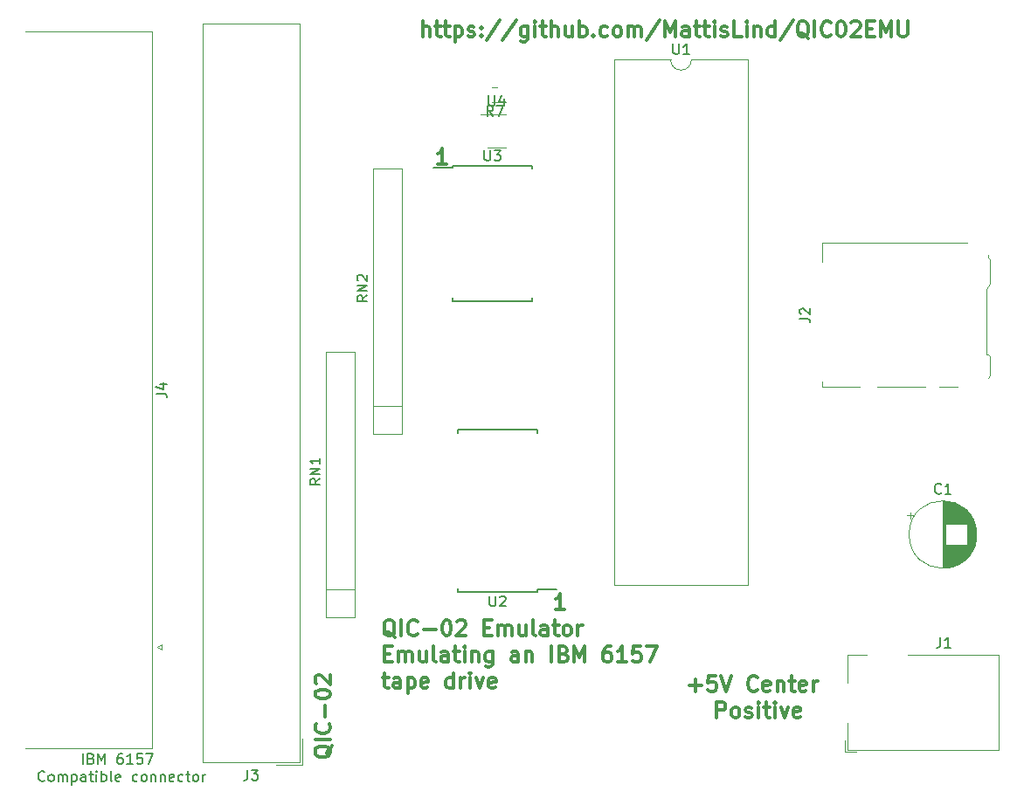
<source format=gbr>
G04 #@! TF.GenerationSoftware,KiCad,Pcbnew,5.0.2-bee76a0~70~ubuntu16.04.1*
G04 #@! TF.CreationDate,2022-08-15T17:27:48+02:00*
G04 #@! TF.ProjectId,QIC02EMU,51494330-3245-44d5-952e-6b696361645f,rev?*
G04 #@! TF.SameCoordinates,Original*
G04 #@! TF.FileFunction,Legend,Top*
G04 #@! TF.FilePolarity,Positive*
%FSLAX46Y46*%
G04 Gerber Fmt 4.6, Leading zero omitted, Abs format (unit mm)*
G04 Created by KiCad (PCBNEW 5.0.2-bee76a0~70~ubuntu16.04.1) date mån 15 aug 2022 17:27:48*
%MOMM*%
%LPD*%
G01*
G04 APERTURE LIST*
%ADD10C,0.300000*%
%ADD11C,0.200000*%
%ADD12C,0.120000*%
%ADD13C,0.150000*%
G04 APERTURE END LIST*
D10*
X114728571Y-99738571D02*
X113871428Y-99738571D01*
X114300000Y-99738571D02*
X114300000Y-98238571D01*
X114157142Y-98452857D01*
X114014285Y-98595714D01*
X113871428Y-98667142D01*
X126158571Y-142918571D02*
X125301428Y-142918571D01*
X125730000Y-142918571D02*
X125730000Y-141418571D01*
X125587142Y-141632857D01*
X125444285Y-141775714D01*
X125301428Y-141847142D01*
X109712962Y-145591428D02*
X109570105Y-145520000D01*
X109427248Y-145377142D01*
X109212962Y-145162857D01*
X109070105Y-145091428D01*
X108927248Y-145091428D01*
X108998677Y-145448571D02*
X108855820Y-145377142D01*
X108712962Y-145234285D01*
X108641534Y-144948571D01*
X108641534Y-144448571D01*
X108712962Y-144162857D01*
X108855820Y-144020000D01*
X108998677Y-143948571D01*
X109284391Y-143948571D01*
X109427248Y-144020000D01*
X109570105Y-144162857D01*
X109641534Y-144448571D01*
X109641534Y-144948571D01*
X109570105Y-145234285D01*
X109427248Y-145377142D01*
X109284391Y-145448571D01*
X108998677Y-145448571D01*
X110284391Y-145448571D02*
X110284391Y-143948571D01*
X111855820Y-145305714D02*
X111784391Y-145377142D01*
X111570105Y-145448571D01*
X111427248Y-145448571D01*
X111212962Y-145377142D01*
X111070105Y-145234285D01*
X110998677Y-145091428D01*
X110927248Y-144805714D01*
X110927248Y-144591428D01*
X110998677Y-144305714D01*
X111070105Y-144162857D01*
X111212962Y-144020000D01*
X111427248Y-143948571D01*
X111570105Y-143948571D01*
X111784391Y-144020000D01*
X111855820Y-144091428D01*
X112498677Y-144877142D02*
X113641534Y-144877142D01*
X114641534Y-143948571D02*
X114784391Y-143948571D01*
X114927248Y-144020000D01*
X114998677Y-144091428D01*
X115070105Y-144234285D01*
X115141534Y-144520000D01*
X115141534Y-144877142D01*
X115070105Y-145162857D01*
X114998677Y-145305714D01*
X114927248Y-145377142D01*
X114784391Y-145448571D01*
X114641534Y-145448571D01*
X114498677Y-145377142D01*
X114427248Y-145305714D01*
X114355820Y-145162857D01*
X114284391Y-144877142D01*
X114284391Y-144520000D01*
X114355820Y-144234285D01*
X114427248Y-144091428D01*
X114498677Y-144020000D01*
X114641534Y-143948571D01*
X115712962Y-144091428D02*
X115784391Y-144020000D01*
X115927248Y-143948571D01*
X116284391Y-143948571D01*
X116427248Y-144020000D01*
X116498677Y-144091428D01*
X116570105Y-144234285D01*
X116570105Y-144377142D01*
X116498677Y-144591428D01*
X115641534Y-145448571D01*
X116570105Y-145448571D01*
X118355820Y-144662857D02*
X118855820Y-144662857D01*
X119070105Y-145448571D02*
X118355820Y-145448571D01*
X118355820Y-143948571D01*
X119070105Y-143948571D01*
X119712962Y-145448571D02*
X119712962Y-144448571D01*
X119712962Y-144591428D02*
X119784391Y-144520000D01*
X119927248Y-144448571D01*
X120141534Y-144448571D01*
X120284391Y-144520000D01*
X120355820Y-144662857D01*
X120355820Y-145448571D01*
X120355820Y-144662857D02*
X120427248Y-144520000D01*
X120570105Y-144448571D01*
X120784391Y-144448571D01*
X120927248Y-144520000D01*
X120998677Y-144662857D01*
X120998677Y-145448571D01*
X122355820Y-144448571D02*
X122355820Y-145448571D01*
X121712962Y-144448571D02*
X121712962Y-145234285D01*
X121784391Y-145377142D01*
X121927248Y-145448571D01*
X122141534Y-145448571D01*
X122284391Y-145377142D01*
X122355820Y-145305714D01*
X123284391Y-145448571D02*
X123141534Y-145377142D01*
X123070105Y-145234285D01*
X123070105Y-143948571D01*
X124498677Y-145448571D02*
X124498677Y-144662857D01*
X124427248Y-144520000D01*
X124284391Y-144448571D01*
X123998677Y-144448571D01*
X123855820Y-144520000D01*
X124498677Y-145377142D02*
X124355820Y-145448571D01*
X123998677Y-145448571D01*
X123855820Y-145377142D01*
X123784391Y-145234285D01*
X123784391Y-145091428D01*
X123855820Y-144948571D01*
X123998677Y-144877142D01*
X124355820Y-144877142D01*
X124498677Y-144805714D01*
X124998677Y-144448571D02*
X125570105Y-144448571D01*
X125212962Y-143948571D02*
X125212962Y-145234285D01*
X125284391Y-145377142D01*
X125427248Y-145448571D01*
X125570105Y-145448571D01*
X126284391Y-145448571D02*
X126141534Y-145377142D01*
X126070105Y-145305714D01*
X125998677Y-145162857D01*
X125998677Y-144734285D01*
X126070105Y-144591428D01*
X126141534Y-144520000D01*
X126284391Y-144448571D01*
X126498677Y-144448571D01*
X126641534Y-144520000D01*
X126712962Y-144591428D01*
X126784391Y-144734285D01*
X126784391Y-145162857D01*
X126712962Y-145305714D01*
X126641534Y-145377142D01*
X126498677Y-145448571D01*
X126284391Y-145448571D01*
X127427248Y-145448571D02*
X127427248Y-144448571D01*
X127427248Y-144734285D02*
X127498677Y-144591428D01*
X127570105Y-144520000D01*
X127712962Y-144448571D01*
X127855820Y-144448571D01*
X108712962Y-147212857D02*
X109212962Y-147212857D01*
X109427248Y-147998571D02*
X108712962Y-147998571D01*
X108712962Y-146498571D01*
X109427248Y-146498571D01*
X110070105Y-147998571D02*
X110070105Y-146998571D01*
X110070105Y-147141428D02*
X110141534Y-147070000D01*
X110284391Y-146998571D01*
X110498677Y-146998571D01*
X110641534Y-147070000D01*
X110712962Y-147212857D01*
X110712962Y-147998571D01*
X110712962Y-147212857D02*
X110784391Y-147070000D01*
X110927248Y-146998571D01*
X111141534Y-146998571D01*
X111284391Y-147070000D01*
X111355820Y-147212857D01*
X111355820Y-147998571D01*
X112712962Y-146998571D02*
X112712962Y-147998571D01*
X112070105Y-146998571D02*
X112070105Y-147784285D01*
X112141534Y-147927142D01*
X112284391Y-147998571D01*
X112498677Y-147998571D01*
X112641534Y-147927142D01*
X112712962Y-147855714D01*
X113641534Y-147998571D02*
X113498677Y-147927142D01*
X113427248Y-147784285D01*
X113427248Y-146498571D01*
X114855820Y-147998571D02*
X114855820Y-147212857D01*
X114784391Y-147070000D01*
X114641534Y-146998571D01*
X114355820Y-146998571D01*
X114212962Y-147070000D01*
X114855820Y-147927142D02*
X114712962Y-147998571D01*
X114355820Y-147998571D01*
X114212962Y-147927142D01*
X114141534Y-147784285D01*
X114141534Y-147641428D01*
X114212962Y-147498571D01*
X114355820Y-147427142D01*
X114712962Y-147427142D01*
X114855820Y-147355714D01*
X115355820Y-146998571D02*
X115927248Y-146998571D01*
X115570105Y-146498571D02*
X115570105Y-147784285D01*
X115641534Y-147927142D01*
X115784391Y-147998571D01*
X115927248Y-147998571D01*
X116427248Y-147998571D02*
X116427248Y-146998571D01*
X116427248Y-146498571D02*
X116355820Y-146570000D01*
X116427248Y-146641428D01*
X116498677Y-146570000D01*
X116427248Y-146498571D01*
X116427248Y-146641428D01*
X117141534Y-146998571D02*
X117141534Y-147998571D01*
X117141534Y-147141428D02*
X117212962Y-147070000D01*
X117355820Y-146998571D01*
X117570105Y-146998571D01*
X117712962Y-147070000D01*
X117784391Y-147212857D01*
X117784391Y-147998571D01*
X119141534Y-146998571D02*
X119141534Y-148212857D01*
X119070105Y-148355714D01*
X118998677Y-148427142D01*
X118855820Y-148498571D01*
X118641534Y-148498571D01*
X118498677Y-148427142D01*
X119141534Y-147927142D02*
X118998677Y-147998571D01*
X118712962Y-147998571D01*
X118570105Y-147927142D01*
X118498677Y-147855714D01*
X118427248Y-147712857D01*
X118427248Y-147284285D01*
X118498677Y-147141428D01*
X118570105Y-147070000D01*
X118712962Y-146998571D01*
X118998677Y-146998571D01*
X119141534Y-147070000D01*
X121641534Y-147998571D02*
X121641534Y-147212857D01*
X121570105Y-147070000D01*
X121427248Y-146998571D01*
X121141534Y-146998571D01*
X120998677Y-147070000D01*
X121641534Y-147927142D02*
X121498677Y-147998571D01*
X121141534Y-147998571D01*
X120998677Y-147927142D01*
X120927248Y-147784285D01*
X120927248Y-147641428D01*
X120998677Y-147498571D01*
X121141534Y-147427142D01*
X121498677Y-147427142D01*
X121641534Y-147355714D01*
X122355820Y-146998571D02*
X122355820Y-147998571D01*
X122355820Y-147141428D02*
X122427248Y-147070000D01*
X122570105Y-146998571D01*
X122784391Y-146998571D01*
X122927248Y-147070000D01*
X122998677Y-147212857D01*
X122998677Y-147998571D01*
X124855820Y-147998571D02*
X124855820Y-146498571D01*
X126070105Y-147212857D02*
X126284391Y-147284285D01*
X126355820Y-147355714D01*
X126427248Y-147498571D01*
X126427248Y-147712857D01*
X126355820Y-147855714D01*
X126284391Y-147927142D01*
X126141534Y-147998571D01*
X125570105Y-147998571D01*
X125570105Y-146498571D01*
X126070105Y-146498571D01*
X126212962Y-146570000D01*
X126284391Y-146641428D01*
X126355820Y-146784285D01*
X126355820Y-146927142D01*
X126284391Y-147070000D01*
X126212962Y-147141428D01*
X126070105Y-147212857D01*
X125570105Y-147212857D01*
X127070105Y-147998571D02*
X127070105Y-146498571D01*
X127570105Y-147570000D01*
X128070105Y-146498571D01*
X128070105Y-147998571D01*
X130570105Y-146498571D02*
X130284391Y-146498571D01*
X130141534Y-146570000D01*
X130070105Y-146641428D01*
X129927248Y-146855714D01*
X129855820Y-147141428D01*
X129855820Y-147712857D01*
X129927248Y-147855714D01*
X129998677Y-147927142D01*
X130141534Y-147998571D01*
X130427248Y-147998571D01*
X130570105Y-147927142D01*
X130641534Y-147855714D01*
X130712962Y-147712857D01*
X130712962Y-147355714D01*
X130641534Y-147212857D01*
X130570105Y-147141428D01*
X130427248Y-147070000D01*
X130141534Y-147070000D01*
X129998677Y-147141428D01*
X129927248Y-147212857D01*
X129855820Y-147355714D01*
X132141534Y-147998571D02*
X131284391Y-147998571D01*
X131712962Y-147998571D02*
X131712962Y-146498571D01*
X131570105Y-146712857D01*
X131427248Y-146855714D01*
X131284391Y-146927142D01*
X133498677Y-146498571D02*
X132784391Y-146498571D01*
X132712962Y-147212857D01*
X132784391Y-147141428D01*
X132927248Y-147070000D01*
X133284391Y-147070000D01*
X133427248Y-147141428D01*
X133498677Y-147212857D01*
X133570105Y-147355714D01*
X133570105Y-147712857D01*
X133498677Y-147855714D01*
X133427248Y-147927142D01*
X133284391Y-147998571D01*
X132927248Y-147998571D01*
X132784391Y-147927142D01*
X132712962Y-147855714D01*
X134070105Y-146498571D02*
X135070105Y-146498571D01*
X134427248Y-147998571D01*
X108498677Y-149548571D02*
X109070105Y-149548571D01*
X108712962Y-149048571D02*
X108712962Y-150334285D01*
X108784391Y-150477142D01*
X108927248Y-150548571D01*
X109070105Y-150548571D01*
X110212962Y-150548571D02*
X110212962Y-149762857D01*
X110141534Y-149620000D01*
X109998677Y-149548571D01*
X109712962Y-149548571D01*
X109570105Y-149620000D01*
X110212962Y-150477142D02*
X110070105Y-150548571D01*
X109712962Y-150548571D01*
X109570105Y-150477142D01*
X109498677Y-150334285D01*
X109498677Y-150191428D01*
X109570105Y-150048571D01*
X109712962Y-149977142D01*
X110070105Y-149977142D01*
X110212962Y-149905714D01*
X110927248Y-149548571D02*
X110927248Y-151048571D01*
X110927248Y-149620000D02*
X111070105Y-149548571D01*
X111355820Y-149548571D01*
X111498677Y-149620000D01*
X111570105Y-149691428D01*
X111641534Y-149834285D01*
X111641534Y-150262857D01*
X111570105Y-150405714D01*
X111498677Y-150477142D01*
X111355820Y-150548571D01*
X111070105Y-150548571D01*
X110927248Y-150477142D01*
X112855820Y-150477142D02*
X112712962Y-150548571D01*
X112427248Y-150548571D01*
X112284391Y-150477142D01*
X112212962Y-150334285D01*
X112212962Y-149762857D01*
X112284391Y-149620000D01*
X112427248Y-149548571D01*
X112712962Y-149548571D01*
X112855820Y-149620000D01*
X112927248Y-149762857D01*
X112927248Y-149905714D01*
X112212962Y-150048571D01*
X115355820Y-150548571D02*
X115355820Y-149048571D01*
X115355820Y-150477142D02*
X115212962Y-150548571D01*
X114927248Y-150548571D01*
X114784391Y-150477142D01*
X114712962Y-150405714D01*
X114641534Y-150262857D01*
X114641534Y-149834285D01*
X114712962Y-149691428D01*
X114784391Y-149620000D01*
X114927248Y-149548571D01*
X115212962Y-149548571D01*
X115355820Y-149620000D01*
X116070105Y-150548571D02*
X116070105Y-149548571D01*
X116070105Y-149834285D02*
X116141534Y-149691428D01*
X116212962Y-149620000D01*
X116355820Y-149548571D01*
X116498677Y-149548571D01*
X116998677Y-150548571D02*
X116998677Y-149548571D01*
X116998677Y-149048571D02*
X116927248Y-149120000D01*
X116998677Y-149191428D01*
X117070105Y-149120000D01*
X116998677Y-149048571D01*
X116998677Y-149191428D01*
X117570105Y-149548571D02*
X117927248Y-150548571D01*
X118284391Y-149548571D01*
X119427248Y-150477142D02*
X119284391Y-150548571D01*
X118998677Y-150548571D01*
X118855820Y-150477142D01*
X118784391Y-150334285D01*
X118784391Y-149762857D01*
X118855820Y-149620000D01*
X118998677Y-149548571D01*
X119284391Y-149548571D01*
X119427248Y-149620000D01*
X119498677Y-149762857D01*
X119498677Y-149905714D01*
X118784391Y-150048571D01*
X112425714Y-87366231D02*
X112425714Y-85866231D01*
X113068571Y-87366231D02*
X113068571Y-86580517D01*
X112997142Y-86437660D01*
X112854285Y-86366231D01*
X112640000Y-86366231D01*
X112497142Y-86437660D01*
X112425714Y-86509088D01*
X113568571Y-86366231D02*
X114140000Y-86366231D01*
X113782857Y-85866231D02*
X113782857Y-87151945D01*
X113854285Y-87294802D01*
X113997142Y-87366231D01*
X114140000Y-87366231D01*
X114425714Y-86366231D02*
X114997142Y-86366231D01*
X114640000Y-85866231D02*
X114640000Y-87151945D01*
X114711428Y-87294802D01*
X114854285Y-87366231D01*
X114997142Y-87366231D01*
X115497142Y-86366231D02*
X115497142Y-87866231D01*
X115497142Y-86437660D02*
X115640000Y-86366231D01*
X115925714Y-86366231D01*
X116068571Y-86437660D01*
X116140000Y-86509088D01*
X116211428Y-86651945D01*
X116211428Y-87080517D01*
X116140000Y-87223374D01*
X116068571Y-87294802D01*
X115925714Y-87366231D01*
X115640000Y-87366231D01*
X115497142Y-87294802D01*
X116782857Y-87294802D02*
X116925714Y-87366231D01*
X117211428Y-87366231D01*
X117354285Y-87294802D01*
X117425714Y-87151945D01*
X117425714Y-87080517D01*
X117354285Y-86937660D01*
X117211428Y-86866231D01*
X116997142Y-86866231D01*
X116854285Y-86794802D01*
X116782857Y-86651945D01*
X116782857Y-86580517D01*
X116854285Y-86437660D01*
X116997142Y-86366231D01*
X117211428Y-86366231D01*
X117354285Y-86437660D01*
X118068571Y-87223374D02*
X118140000Y-87294802D01*
X118068571Y-87366231D01*
X117997142Y-87294802D01*
X118068571Y-87223374D01*
X118068571Y-87366231D01*
X118068571Y-86437660D02*
X118140000Y-86509088D01*
X118068571Y-86580517D01*
X117997142Y-86509088D01*
X118068571Y-86437660D01*
X118068571Y-86580517D01*
X119854285Y-85794802D02*
X118568571Y-87723374D01*
X121425714Y-85794802D02*
X120140000Y-87723374D01*
X122568571Y-86366231D02*
X122568571Y-87580517D01*
X122497142Y-87723374D01*
X122425714Y-87794802D01*
X122282857Y-87866231D01*
X122068571Y-87866231D01*
X121925714Y-87794802D01*
X122568571Y-87294802D02*
X122425714Y-87366231D01*
X122140000Y-87366231D01*
X121997142Y-87294802D01*
X121925714Y-87223374D01*
X121854285Y-87080517D01*
X121854285Y-86651945D01*
X121925714Y-86509088D01*
X121997142Y-86437660D01*
X122140000Y-86366231D01*
X122425714Y-86366231D01*
X122568571Y-86437660D01*
X123282857Y-87366231D02*
X123282857Y-86366231D01*
X123282857Y-85866231D02*
X123211428Y-85937660D01*
X123282857Y-86009088D01*
X123354285Y-85937660D01*
X123282857Y-85866231D01*
X123282857Y-86009088D01*
X123782857Y-86366231D02*
X124354285Y-86366231D01*
X123997142Y-85866231D02*
X123997142Y-87151945D01*
X124068571Y-87294802D01*
X124211428Y-87366231D01*
X124354285Y-87366231D01*
X124854285Y-87366231D02*
X124854285Y-85866231D01*
X125497142Y-87366231D02*
X125497142Y-86580517D01*
X125425714Y-86437660D01*
X125282857Y-86366231D01*
X125068571Y-86366231D01*
X124925714Y-86437660D01*
X124854285Y-86509088D01*
X126854285Y-86366231D02*
X126854285Y-87366231D01*
X126211428Y-86366231D02*
X126211428Y-87151945D01*
X126282857Y-87294802D01*
X126425714Y-87366231D01*
X126640000Y-87366231D01*
X126782857Y-87294802D01*
X126854285Y-87223374D01*
X127568571Y-87366231D02*
X127568571Y-85866231D01*
X127568571Y-86437660D02*
X127711428Y-86366231D01*
X127997142Y-86366231D01*
X128140000Y-86437660D01*
X128211428Y-86509088D01*
X128282857Y-86651945D01*
X128282857Y-87080517D01*
X128211428Y-87223374D01*
X128140000Y-87294802D01*
X127997142Y-87366231D01*
X127711428Y-87366231D01*
X127568571Y-87294802D01*
X128925714Y-87223374D02*
X128997142Y-87294802D01*
X128925714Y-87366231D01*
X128854285Y-87294802D01*
X128925714Y-87223374D01*
X128925714Y-87366231D01*
X130282857Y-87294802D02*
X130140000Y-87366231D01*
X129854285Y-87366231D01*
X129711428Y-87294802D01*
X129640000Y-87223374D01*
X129568571Y-87080517D01*
X129568571Y-86651945D01*
X129640000Y-86509088D01*
X129711428Y-86437660D01*
X129854285Y-86366231D01*
X130140000Y-86366231D01*
X130282857Y-86437660D01*
X131140000Y-87366231D02*
X130997142Y-87294802D01*
X130925714Y-87223374D01*
X130854285Y-87080517D01*
X130854285Y-86651945D01*
X130925714Y-86509088D01*
X130997142Y-86437660D01*
X131140000Y-86366231D01*
X131354285Y-86366231D01*
X131497142Y-86437660D01*
X131568571Y-86509088D01*
X131640000Y-86651945D01*
X131640000Y-87080517D01*
X131568571Y-87223374D01*
X131497142Y-87294802D01*
X131354285Y-87366231D01*
X131140000Y-87366231D01*
X132282857Y-87366231D02*
X132282857Y-86366231D01*
X132282857Y-86509088D02*
X132354285Y-86437660D01*
X132497142Y-86366231D01*
X132711428Y-86366231D01*
X132854285Y-86437660D01*
X132925714Y-86580517D01*
X132925714Y-87366231D01*
X132925714Y-86580517D02*
X132997142Y-86437660D01*
X133140000Y-86366231D01*
X133354285Y-86366231D01*
X133497142Y-86437660D01*
X133568571Y-86580517D01*
X133568571Y-87366231D01*
X135354285Y-85794802D02*
X134068571Y-87723374D01*
X135854285Y-87366231D02*
X135854285Y-85866231D01*
X136354285Y-86937660D01*
X136854285Y-85866231D01*
X136854285Y-87366231D01*
X138211428Y-87366231D02*
X138211428Y-86580517D01*
X138140000Y-86437660D01*
X137997142Y-86366231D01*
X137711428Y-86366231D01*
X137568571Y-86437660D01*
X138211428Y-87294802D02*
X138068571Y-87366231D01*
X137711428Y-87366231D01*
X137568571Y-87294802D01*
X137497142Y-87151945D01*
X137497142Y-87009088D01*
X137568571Y-86866231D01*
X137711428Y-86794802D01*
X138068571Y-86794802D01*
X138211428Y-86723374D01*
X138711428Y-86366231D02*
X139282857Y-86366231D01*
X138925714Y-85866231D02*
X138925714Y-87151945D01*
X138997142Y-87294802D01*
X139140000Y-87366231D01*
X139282857Y-87366231D01*
X139568571Y-86366231D02*
X140140000Y-86366231D01*
X139782857Y-85866231D02*
X139782857Y-87151945D01*
X139854285Y-87294802D01*
X139997142Y-87366231D01*
X140140000Y-87366231D01*
X140640000Y-87366231D02*
X140640000Y-86366231D01*
X140640000Y-85866231D02*
X140568571Y-85937660D01*
X140640000Y-86009088D01*
X140711428Y-85937660D01*
X140640000Y-85866231D01*
X140640000Y-86009088D01*
X141282857Y-87294802D02*
X141425714Y-87366231D01*
X141711428Y-87366231D01*
X141854285Y-87294802D01*
X141925714Y-87151945D01*
X141925714Y-87080517D01*
X141854285Y-86937660D01*
X141711428Y-86866231D01*
X141497142Y-86866231D01*
X141354285Y-86794802D01*
X141282857Y-86651945D01*
X141282857Y-86580517D01*
X141354285Y-86437660D01*
X141497142Y-86366231D01*
X141711428Y-86366231D01*
X141854285Y-86437660D01*
X143282857Y-87366231D02*
X142568571Y-87366231D01*
X142568571Y-85866231D01*
X143782857Y-87366231D02*
X143782857Y-86366231D01*
X143782857Y-85866231D02*
X143711428Y-85937660D01*
X143782857Y-86009088D01*
X143854285Y-85937660D01*
X143782857Y-85866231D01*
X143782857Y-86009088D01*
X144497142Y-86366231D02*
X144497142Y-87366231D01*
X144497142Y-86509088D02*
X144568571Y-86437660D01*
X144711428Y-86366231D01*
X144925714Y-86366231D01*
X145068571Y-86437660D01*
X145140000Y-86580517D01*
X145140000Y-87366231D01*
X146497142Y-87366231D02*
X146497142Y-85866231D01*
X146497142Y-87294802D02*
X146354285Y-87366231D01*
X146068571Y-87366231D01*
X145925714Y-87294802D01*
X145854285Y-87223374D01*
X145782857Y-87080517D01*
X145782857Y-86651945D01*
X145854285Y-86509088D01*
X145925714Y-86437660D01*
X146068571Y-86366231D01*
X146354285Y-86366231D01*
X146497142Y-86437660D01*
X148282857Y-85794802D02*
X146997142Y-87723374D01*
X149782857Y-87509088D02*
X149640000Y-87437660D01*
X149497142Y-87294802D01*
X149282857Y-87080517D01*
X149140000Y-87009088D01*
X148997142Y-87009088D01*
X149068571Y-87366231D02*
X148925714Y-87294802D01*
X148782857Y-87151945D01*
X148711428Y-86866231D01*
X148711428Y-86366231D01*
X148782857Y-86080517D01*
X148925714Y-85937660D01*
X149068571Y-85866231D01*
X149354285Y-85866231D01*
X149497142Y-85937660D01*
X149640000Y-86080517D01*
X149711428Y-86366231D01*
X149711428Y-86866231D01*
X149640000Y-87151945D01*
X149497142Y-87294802D01*
X149354285Y-87366231D01*
X149068571Y-87366231D01*
X150354285Y-87366231D02*
X150354285Y-85866231D01*
X151925714Y-87223374D02*
X151854285Y-87294802D01*
X151640000Y-87366231D01*
X151497142Y-87366231D01*
X151282857Y-87294802D01*
X151140000Y-87151945D01*
X151068571Y-87009088D01*
X150997142Y-86723374D01*
X150997142Y-86509088D01*
X151068571Y-86223374D01*
X151140000Y-86080517D01*
X151282857Y-85937660D01*
X151497142Y-85866231D01*
X151640000Y-85866231D01*
X151854285Y-85937660D01*
X151925714Y-86009088D01*
X152854285Y-85866231D02*
X152997142Y-85866231D01*
X153140000Y-85937660D01*
X153211428Y-86009088D01*
X153282857Y-86151945D01*
X153354285Y-86437660D01*
X153354285Y-86794802D01*
X153282857Y-87080517D01*
X153211428Y-87223374D01*
X153140000Y-87294802D01*
X152997142Y-87366231D01*
X152854285Y-87366231D01*
X152711428Y-87294802D01*
X152640000Y-87223374D01*
X152568571Y-87080517D01*
X152497142Y-86794802D01*
X152497142Y-86437660D01*
X152568571Y-86151945D01*
X152640000Y-86009088D01*
X152711428Y-85937660D01*
X152854285Y-85866231D01*
X153925714Y-86009088D02*
X153997142Y-85937660D01*
X154140000Y-85866231D01*
X154497142Y-85866231D01*
X154640000Y-85937660D01*
X154711428Y-86009088D01*
X154782857Y-86151945D01*
X154782857Y-86294802D01*
X154711428Y-86509088D01*
X153854285Y-87366231D01*
X154782857Y-87366231D01*
X155425714Y-86580517D02*
X155925714Y-86580517D01*
X156140000Y-87366231D02*
X155425714Y-87366231D01*
X155425714Y-85866231D01*
X156140000Y-85866231D01*
X156782857Y-87366231D02*
X156782857Y-85866231D01*
X157282857Y-86937660D01*
X157782857Y-85866231D01*
X157782857Y-87366231D01*
X158497142Y-85866231D02*
X158497142Y-87080517D01*
X158568571Y-87223374D01*
X158640000Y-87294802D01*
X158782857Y-87366231D01*
X159068571Y-87366231D01*
X159211428Y-87294802D01*
X159282857Y-87223374D01*
X159354285Y-87080517D01*
X159354285Y-85866231D01*
X138236048Y-150269482D02*
X139378905Y-150269482D01*
X138807477Y-150840911D02*
X138807477Y-149698054D01*
X140807477Y-149340911D02*
X140093191Y-149340911D01*
X140021762Y-150055197D01*
X140093191Y-149983768D01*
X140236048Y-149912340D01*
X140593191Y-149912340D01*
X140736048Y-149983768D01*
X140807477Y-150055197D01*
X140878905Y-150198054D01*
X140878905Y-150555197D01*
X140807477Y-150698054D01*
X140736048Y-150769482D01*
X140593191Y-150840911D01*
X140236048Y-150840911D01*
X140093191Y-150769482D01*
X140021762Y-150698054D01*
X141307477Y-149340911D02*
X141807477Y-150840911D01*
X142307477Y-149340911D01*
X144807477Y-150698054D02*
X144736048Y-150769482D01*
X144521762Y-150840911D01*
X144378905Y-150840911D01*
X144164620Y-150769482D01*
X144021762Y-150626625D01*
X143950334Y-150483768D01*
X143878905Y-150198054D01*
X143878905Y-149983768D01*
X143950334Y-149698054D01*
X144021762Y-149555197D01*
X144164620Y-149412340D01*
X144378905Y-149340911D01*
X144521762Y-149340911D01*
X144736048Y-149412340D01*
X144807477Y-149483768D01*
X146021762Y-150769482D02*
X145878905Y-150840911D01*
X145593191Y-150840911D01*
X145450334Y-150769482D01*
X145378905Y-150626625D01*
X145378905Y-150055197D01*
X145450334Y-149912340D01*
X145593191Y-149840911D01*
X145878905Y-149840911D01*
X146021762Y-149912340D01*
X146093191Y-150055197D01*
X146093191Y-150198054D01*
X145378905Y-150340911D01*
X146736048Y-149840911D02*
X146736048Y-150840911D01*
X146736048Y-149983768D02*
X146807477Y-149912340D01*
X146950334Y-149840911D01*
X147164620Y-149840911D01*
X147307477Y-149912340D01*
X147378905Y-150055197D01*
X147378905Y-150840911D01*
X147878905Y-149840911D02*
X148450334Y-149840911D01*
X148093191Y-149340911D02*
X148093191Y-150626625D01*
X148164620Y-150769482D01*
X148307477Y-150840911D01*
X148450334Y-150840911D01*
X149521762Y-150769482D02*
X149378905Y-150840911D01*
X149093191Y-150840911D01*
X148950334Y-150769482D01*
X148878905Y-150626625D01*
X148878905Y-150055197D01*
X148950334Y-149912340D01*
X149093191Y-149840911D01*
X149378905Y-149840911D01*
X149521762Y-149912340D01*
X149593191Y-150055197D01*
X149593191Y-150198054D01*
X148878905Y-150340911D01*
X150236048Y-150840911D02*
X150236048Y-149840911D01*
X150236048Y-150126625D02*
X150307477Y-149983768D01*
X150378905Y-149912340D01*
X150521762Y-149840911D01*
X150664620Y-149840911D01*
X140878905Y-153390911D02*
X140878905Y-151890911D01*
X141450334Y-151890911D01*
X141593191Y-151962340D01*
X141664620Y-152033768D01*
X141736048Y-152176625D01*
X141736048Y-152390911D01*
X141664620Y-152533768D01*
X141593191Y-152605197D01*
X141450334Y-152676625D01*
X140878905Y-152676625D01*
X142593191Y-153390911D02*
X142450334Y-153319482D01*
X142378905Y-153248054D01*
X142307477Y-153105197D01*
X142307477Y-152676625D01*
X142378905Y-152533768D01*
X142450334Y-152462340D01*
X142593191Y-152390911D01*
X142807477Y-152390911D01*
X142950334Y-152462340D01*
X143021762Y-152533768D01*
X143093191Y-152676625D01*
X143093191Y-153105197D01*
X143021762Y-153248054D01*
X142950334Y-153319482D01*
X142807477Y-153390911D01*
X142593191Y-153390911D01*
X143664620Y-153319482D02*
X143807477Y-153390911D01*
X144093191Y-153390911D01*
X144236048Y-153319482D01*
X144307477Y-153176625D01*
X144307477Y-153105197D01*
X144236048Y-152962340D01*
X144093191Y-152890911D01*
X143878905Y-152890911D01*
X143736048Y-152819482D01*
X143664620Y-152676625D01*
X143664620Y-152605197D01*
X143736048Y-152462340D01*
X143878905Y-152390911D01*
X144093191Y-152390911D01*
X144236048Y-152462340D01*
X144950334Y-153390911D02*
X144950334Y-152390911D01*
X144950334Y-151890911D02*
X144878905Y-151962340D01*
X144950334Y-152033768D01*
X145021762Y-151962340D01*
X144950334Y-151890911D01*
X144950334Y-152033768D01*
X145450334Y-152390911D02*
X146021762Y-152390911D01*
X145664620Y-151890911D02*
X145664620Y-153176625D01*
X145736048Y-153319482D01*
X145878905Y-153390911D01*
X146021762Y-153390911D01*
X146521762Y-153390911D02*
X146521762Y-152390911D01*
X146521762Y-151890911D02*
X146450334Y-151962340D01*
X146521762Y-152033768D01*
X146593191Y-151962340D01*
X146521762Y-151890911D01*
X146521762Y-152033768D01*
X147093191Y-152390911D02*
X147450334Y-153390911D01*
X147807477Y-152390911D01*
X148950334Y-153319482D02*
X148807477Y-153390911D01*
X148521762Y-153390911D01*
X148378905Y-153319482D01*
X148307477Y-153176625D01*
X148307477Y-152605197D01*
X148378905Y-152462340D01*
X148521762Y-152390911D01*
X148807477Y-152390911D01*
X148950334Y-152462340D01*
X149021762Y-152605197D01*
X149021762Y-152748054D01*
X148307477Y-152890911D01*
X103594908Y-156108197D02*
X103523480Y-156251054D01*
X103380622Y-156393911D01*
X103166337Y-156608197D01*
X103094908Y-156751054D01*
X103094908Y-156893911D01*
X103452051Y-156822482D02*
X103380622Y-156965340D01*
X103237765Y-157108197D01*
X102952051Y-157179625D01*
X102452051Y-157179625D01*
X102166337Y-157108197D01*
X102023480Y-156965340D01*
X101952051Y-156822482D01*
X101952051Y-156536768D01*
X102023480Y-156393911D01*
X102166337Y-156251054D01*
X102452051Y-156179625D01*
X102952051Y-156179625D01*
X103237765Y-156251054D01*
X103380622Y-156393911D01*
X103452051Y-156536768D01*
X103452051Y-156822482D01*
X103452051Y-155536768D02*
X101952051Y-155536768D01*
X103309194Y-153965340D02*
X103380622Y-154036768D01*
X103452051Y-154251054D01*
X103452051Y-154393911D01*
X103380622Y-154608197D01*
X103237765Y-154751054D01*
X103094908Y-154822482D01*
X102809194Y-154893911D01*
X102594908Y-154893911D01*
X102309194Y-154822482D01*
X102166337Y-154751054D01*
X102023480Y-154608197D01*
X101952051Y-154393911D01*
X101952051Y-154251054D01*
X102023480Y-154036768D01*
X102094908Y-153965340D01*
X102880622Y-153322482D02*
X102880622Y-152179625D01*
X101952051Y-151179625D02*
X101952051Y-151036768D01*
X102023480Y-150893911D01*
X102094908Y-150822482D01*
X102237765Y-150751054D01*
X102523480Y-150679625D01*
X102880622Y-150679625D01*
X103166337Y-150751054D01*
X103309194Y-150822482D01*
X103380622Y-150893911D01*
X103452051Y-151036768D01*
X103452051Y-151179625D01*
X103380622Y-151322482D01*
X103309194Y-151393911D01*
X103166337Y-151465340D01*
X102880622Y-151536768D01*
X102523480Y-151536768D01*
X102237765Y-151465340D01*
X102094908Y-151393911D01*
X102023480Y-151322482D01*
X101952051Y-151179625D01*
X102094908Y-150108197D02*
X102023480Y-150036768D01*
X101952051Y-149893911D01*
X101952051Y-149536768D01*
X102023480Y-149393911D01*
X102094908Y-149322482D01*
X102237765Y-149251054D01*
X102380622Y-149251054D01*
X102594908Y-149322482D01*
X103452051Y-150179625D01*
X103452051Y-149251054D01*
D11*
X79446904Y-157874860D02*
X79446904Y-156874860D01*
X80256428Y-157351051D02*
X80399285Y-157398670D01*
X80446904Y-157446289D01*
X80494523Y-157541527D01*
X80494523Y-157684384D01*
X80446904Y-157779622D01*
X80399285Y-157827241D01*
X80304047Y-157874860D01*
X79923095Y-157874860D01*
X79923095Y-156874860D01*
X80256428Y-156874860D01*
X80351666Y-156922480D01*
X80399285Y-156970099D01*
X80446904Y-157065337D01*
X80446904Y-157160575D01*
X80399285Y-157255813D01*
X80351666Y-157303432D01*
X80256428Y-157351051D01*
X79923095Y-157351051D01*
X80923095Y-157874860D02*
X80923095Y-156874860D01*
X81256428Y-157589146D01*
X81589761Y-156874860D01*
X81589761Y-157874860D01*
X83256428Y-156874860D02*
X83065952Y-156874860D01*
X82970714Y-156922480D01*
X82923095Y-156970099D01*
X82827857Y-157112956D01*
X82780238Y-157303432D01*
X82780238Y-157684384D01*
X82827857Y-157779622D01*
X82875476Y-157827241D01*
X82970714Y-157874860D01*
X83161190Y-157874860D01*
X83256428Y-157827241D01*
X83304047Y-157779622D01*
X83351666Y-157684384D01*
X83351666Y-157446289D01*
X83304047Y-157351051D01*
X83256428Y-157303432D01*
X83161190Y-157255813D01*
X82970714Y-157255813D01*
X82875476Y-157303432D01*
X82827857Y-157351051D01*
X82780238Y-157446289D01*
X84304047Y-157874860D02*
X83732619Y-157874860D01*
X84018333Y-157874860D02*
X84018333Y-156874860D01*
X83923095Y-157017718D01*
X83827857Y-157112956D01*
X83732619Y-157160575D01*
X85208809Y-156874860D02*
X84732619Y-156874860D01*
X84685000Y-157351051D01*
X84732619Y-157303432D01*
X84827857Y-157255813D01*
X85065952Y-157255813D01*
X85161190Y-157303432D01*
X85208809Y-157351051D01*
X85256428Y-157446289D01*
X85256428Y-157684384D01*
X85208809Y-157779622D01*
X85161190Y-157827241D01*
X85065952Y-157874860D01*
X84827857Y-157874860D01*
X84732619Y-157827241D01*
X84685000Y-157779622D01*
X85589761Y-156874860D02*
X86256428Y-156874860D01*
X85827857Y-157874860D01*
X75732619Y-159479622D02*
X75685000Y-159527241D01*
X75542142Y-159574860D01*
X75446904Y-159574860D01*
X75304047Y-159527241D01*
X75208809Y-159432003D01*
X75161190Y-159336765D01*
X75113571Y-159146289D01*
X75113571Y-159003432D01*
X75161190Y-158812956D01*
X75208809Y-158717718D01*
X75304047Y-158622480D01*
X75446904Y-158574860D01*
X75542142Y-158574860D01*
X75685000Y-158622480D01*
X75732619Y-158670099D01*
X76304047Y-159574860D02*
X76208809Y-159527241D01*
X76161190Y-159479622D01*
X76113571Y-159384384D01*
X76113571Y-159098670D01*
X76161190Y-159003432D01*
X76208809Y-158955813D01*
X76304047Y-158908194D01*
X76446904Y-158908194D01*
X76542142Y-158955813D01*
X76589761Y-159003432D01*
X76637380Y-159098670D01*
X76637380Y-159384384D01*
X76589761Y-159479622D01*
X76542142Y-159527241D01*
X76446904Y-159574860D01*
X76304047Y-159574860D01*
X77065952Y-159574860D02*
X77065952Y-158908194D01*
X77065952Y-159003432D02*
X77113571Y-158955813D01*
X77208809Y-158908194D01*
X77351666Y-158908194D01*
X77446904Y-158955813D01*
X77494523Y-159051051D01*
X77494523Y-159574860D01*
X77494523Y-159051051D02*
X77542142Y-158955813D01*
X77637380Y-158908194D01*
X77780238Y-158908194D01*
X77875476Y-158955813D01*
X77923095Y-159051051D01*
X77923095Y-159574860D01*
X78399285Y-158908194D02*
X78399285Y-159908194D01*
X78399285Y-158955813D02*
X78494523Y-158908194D01*
X78685000Y-158908194D01*
X78780238Y-158955813D01*
X78827857Y-159003432D01*
X78875476Y-159098670D01*
X78875476Y-159384384D01*
X78827857Y-159479622D01*
X78780238Y-159527241D01*
X78685000Y-159574860D01*
X78494523Y-159574860D01*
X78399285Y-159527241D01*
X79732619Y-159574860D02*
X79732619Y-159051051D01*
X79685000Y-158955813D01*
X79589761Y-158908194D01*
X79399285Y-158908194D01*
X79304047Y-158955813D01*
X79732619Y-159527241D02*
X79637380Y-159574860D01*
X79399285Y-159574860D01*
X79304047Y-159527241D01*
X79256428Y-159432003D01*
X79256428Y-159336765D01*
X79304047Y-159241527D01*
X79399285Y-159193908D01*
X79637380Y-159193908D01*
X79732619Y-159146289D01*
X80065952Y-158908194D02*
X80446904Y-158908194D01*
X80208809Y-158574860D02*
X80208809Y-159432003D01*
X80256428Y-159527241D01*
X80351666Y-159574860D01*
X80446904Y-159574860D01*
X80780238Y-159574860D02*
X80780238Y-158908194D01*
X80780238Y-158574860D02*
X80732619Y-158622480D01*
X80780238Y-158670099D01*
X80827857Y-158622480D01*
X80780238Y-158574860D01*
X80780238Y-158670099D01*
X81256428Y-159574860D02*
X81256428Y-158574860D01*
X81256428Y-158955813D02*
X81351666Y-158908194D01*
X81542142Y-158908194D01*
X81637380Y-158955813D01*
X81685000Y-159003432D01*
X81732619Y-159098670D01*
X81732619Y-159384384D01*
X81685000Y-159479622D01*
X81637380Y-159527241D01*
X81542142Y-159574860D01*
X81351666Y-159574860D01*
X81256428Y-159527241D01*
X82304047Y-159574860D02*
X82208809Y-159527241D01*
X82161190Y-159432003D01*
X82161190Y-158574860D01*
X83065952Y-159527241D02*
X82970714Y-159574860D01*
X82780238Y-159574860D01*
X82685000Y-159527241D01*
X82637380Y-159432003D01*
X82637380Y-159051051D01*
X82685000Y-158955813D01*
X82780238Y-158908194D01*
X82970714Y-158908194D01*
X83065952Y-158955813D01*
X83113571Y-159051051D01*
X83113571Y-159146289D01*
X82637380Y-159241527D01*
X84732619Y-159527241D02*
X84637380Y-159574860D01*
X84446904Y-159574860D01*
X84351666Y-159527241D01*
X84304047Y-159479622D01*
X84256428Y-159384384D01*
X84256428Y-159098670D01*
X84304047Y-159003432D01*
X84351666Y-158955813D01*
X84446904Y-158908194D01*
X84637380Y-158908194D01*
X84732619Y-158955813D01*
X85304047Y-159574860D02*
X85208809Y-159527241D01*
X85161190Y-159479622D01*
X85113571Y-159384384D01*
X85113571Y-159098670D01*
X85161190Y-159003432D01*
X85208809Y-158955813D01*
X85304047Y-158908194D01*
X85446904Y-158908194D01*
X85542142Y-158955813D01*
X85589761Y-159003432D01*
X85637380Y-159098670D01*
X85637380Y-159384384D01*
X85589761Y-159479622D01*
X85542142Y-159527241D01*
X85446904Y-159574860D01*
X85304047Y-159574860D01*
X86065952Y-158908194D02*
X86065952Y-159574860D01*
X86065952Y-159003432D02*
X86113571Y-158955813D01*
X86208809Y-158908194D01*
X86351666Y-158908194D01*
X86446904Y-158955813D01*
X86494523Y-159051051D01*
X86494523Y-159574860D01*
X86970714Y-158908194D02*
X86970714Y-159574860D01*
X86970714Y-159003432D02*
X87018333Y-158955813D01*
X87113571Y-158908194D01*
X87256428Y-158908194D01*
X87351666Y-158955813D01*
X87399285Y-159051051D01*
X87399285Y-159574860D01*
X88256428Y-159527241D02*
X88161190Y-159574860D01*
X87970714Y-159574860D01*
X87875476Y-159527241D01*
X87827857Y-159432003D01*
X87827857Y-159051051D01*
X87875476Y-158955813D01*
X87970714Y-158908194D01*
X88161190Y-158908194D01*
X88256428Y-158955813D01*
X88304047Y-159051051D01*
X88304047Y-159146289D01*
X87827857Y-159241527D01*
X89161190Y-159527241D02*
X89065952Y-159574860D01*
X88875476Y-159574860D01*
X88780238Y-159527241D01*
X88732619Y-159479622D01*
X88685000Y-159384384D01*
X88685000Y-159098670D01*
X88732619Y-159003432D01*
X88780238Y-158955813D01*
X88875476Y-158908194D01*
X89065952Y-158908194D01*
X89161190Y-158955813D01*
X89446904Y-158908194D02*
X89827857Y-158908194D01*
X89589761Y-158574860D02*
X89589761Y-159432003D01*
X89637380Y-159527241D01*
X89732619Y-159574860D01*
X89827857Y-159574860D01*
X90304047Y-159574860D02*
X90208809Y-159527241D01*
X90161190Y-159479622D01*
X90113571Y-159384384D01*
X90113571Y-159098670D01*
X90161190Y-159003432D01*
X90208809Y-158955813D01*
X90304047Y-158908194D01*
X90446904Y-158908194D01*
X90542142Y-158955813D01*
X90589761Y-159003432D01*
X90637380Y-159098670D01*
X90637380Y-159384384D01*
X90589761Y-159479622D01*
X90542142Y-159527241D01*
X90446904Y-159574860D01*
X90304047Y-159574860D01*
X91065952Y-159574860D02*
X91065952Y-158908194D01*
X91065952Y-159098670D02*
X91113571Y-159003432D01*
X91161190Y-158955813D01*
X91256428Y-158908194D01*
X91351666Y-158908194D01*
D12*
G04 #@! TO.C,U4*
X118650000Y-98130000D02*
X120450000Y-98130000D01*
X120450000Y-94910000D02*
X118000000Y-94910000D01*
G04 #@! TO.C,R7*
X119638578Y-93674000D02*
X119121422Y-93674000D01*
X119638578Y-92254000D02*
X119121422Y-92254000D01*
G04 #@! TO.C,U1*
X138414000Y-89602000D02*
G75*
G02X136414000Y-89602000I-1000000J0D01*
G01*
X136414000Y-89602000D02*
X130954000Y-89602000D01*
X130954000Y-89602000D02*
X130954000Y-140522000D01*
X130954000Y-140522000D02*
X143874000Y-140522000D01*
X143874000Y-140522000D02*
X143874000Y-89602000D01*
X143874000Y-89602000D02*
X138414000Y-89602000D01*
G04 #@! TO.C,J4*
X73848000Y-86868000D02*
X86188000Y-86868000D01*
X86188000Y-86868000D02*
X86188000Y-156388000D01*
X86188000Y-156388000D02*
X73848000Y-156388000D01*
X87082338Y-146308000D02*
X87082338Y-146808000D01*
X87082338Y-146808000D02*
X86649325Y-146558000D01*
X86649325Y-146558000D02*
X87082338Y-146308000D01*
G04 #@! TO.C,J3*
X91083000Y-157750000D02*
X91083000Y-86090000D01*
X91083000Y-86090000D02*
X100433000Y-86090000D01*
X100433000Y-86090000D02*
X100433000Y-157750000D01*
X100433000Y-157750000D02*
X91083000Y-157750000D01*
X100683000Y-158000000D02*
X100683000Y-155460000D01*
X100683000Y-158000000D02*
X98143000Y-158000000D01*
G04 #@! TO.C,C1*
X166064000Y-135636000D02*
G75*
G03X166064000Y-135636000I-3270000J0D01*
G01*
X162794000Y-132406000D02*
X162794000Y-138866000D01*
X162834000Y-132406000D02*
X162834000Y-138866000D01*
X162874000Y-132406000D02*
X162874000Y-138866000D01*
X162914000Y-132408000D02*
X162914000Y-138864000D01*
X162954000Y-132409000D02*
X162954000Y-138863000D01*
X162994000Y-132412000D02*
X162994000Y-138860000D01*
X163034000Y-132414000D02*
X163034000Y-134596000D01*
X163034000Y-136676000D02*
X163034000Y-138858000D01*
X163074000Y-132418000D02*
X163074000Y-134596000D01*
X163074000Y-136676000D02*
X163074000Y-138854000D01*
X163114000Y-132421000D02*
X163114000Y-134596000D01*
X163114000Y-136676000D02*
X163114000Y-138851000D01*
X163154000Y-132425000D02*
X163154000Y-134596000D01*
X163154000Y-136676000D02*
X163154000Y-138847000D01*
X163194000Y-132430000D02*
X163194000Y-134596000D01*
X163194000Y-136676000D02*
X163194000Y-138842000D01*
X163234000Y-132435000D02*
X163234000Y-134596000D01*
X163234000Y-136676000D02*
X163234000Y-138837000D01*
X163274000Y-132441000D02*
X163274000Y-134596000D01*
X163274000Y-136676000D02*
X163274000Y-138831000D01*
X163314000Y-132447000D02*
X163314000Y-134596000D01*
X163314000Y-136676000D02*
X163314000Y-138825000D01*
X163354000Y-132454000D02*
X163354000Y-134596000D01*
X163354000Y-136676000D02*
X163354000Y-138818000D01*
X163394000Y-132461000D02*
X163394000Y-134596000D01*
X163394000Y-136676000D02*
X163394000Y-138811000D01*
X163434000Y-132469000D02*
X163434000Y-134596000D01*
X163434000Y-136676000D02*
X163434000Y-138803000D01*
X163474000Y-132477000D02*
X163474000Y-134596000D01*
X163474000Y-136676000D02*
X163474000Y-138795000D01*
X163515000Y-132486000D02*
X163515000Y-134596000D01*
X163515000Y-136676000D02*
X163515000Y-138786000D01*
X163555000Y-132495000D02*
X163555000Y-134596000D01*
X163555000Y-136676000D02*
X163555000Y-138777000D01*
X163595000Y-132505000D02*
X163595000Y-134596000D01*
X163595000Y-136676000D02*
X163595000Y-138767000D01*
X163635000Y-132515000D02*
X163635000Y-134596000D01*
X163635000Y-136676000D02*
X163635000Y-138757000D01*
X163675000Y-132526000D02*
X163675000Y-134596000D01*
X163675000Y-136676000D02*
X163675000Y-138746000D01*
X163715000Y-132538000D02*
X163715000Y-134596000D01*
X163715000Y-136676000D02*
X163715000Y-138734000D01*
X163755000Y-132550000D02*
X163755000Y-134596000D01*
X163755000Y-136676000D02*
X163755000Y-138722000D01*
X163795000Y-132562000D02*
X163795000Y-134596000D01*
X163795000Y-136676000D02*
X163795000Y-138710000D01*
X163835000Y-132575000D02*
X163835000Y-134596000D01*
X163835000Y-136676000D02*
X163835000Y-138697000D01*
X163875000Y-132589000D02*
X163875000Y-134596000D01*
X163875000Y-136676000D02*
X163875000Y-138683000D01*
X163915000Y-132603000D02*
X163915000Y-134596000D01*
X163915000Y-136676000D02*
X163915000Y-138669000D01*
X163955000Y-132618000D02*
X163955000Y-134596000D01*
X163955000Y-136676000D02*
X163955000Y-138654000D01*
X163995000Y-132634000D02*
X163995000Y-134596000D01*
X163995000Y-136676000D02*
X163995000Y-138638000D01*
X164035000Y-132650000D02*
X164035000Y-134596000D01*
X164035000Y-136676000D02*
X164035000Y-138622000D01*
X164075000Y-132666000D02*
X164075000Y-134596000D01*
X164075000Y-136676000D02*
X164075000Y-138606000D01*
X164115000Y-132684000D02*
X164115000Y-134596000D01*
X164115000Y-136676000D02*
X164115000Y-138588000D01*
X164155000Y-132702000D02*
X164155000Y-134596000D01*
X164155000Y-136676000D02*
X164155000Y-138570000D01*
X164195000Y-132720000D02*
X164195000Y-134596000D01*
X164195000Y-136676000D02*
X164195000Y-138552000D01*
X164235000Y-132740000D02*
X164235000Y-134596000D01*
X164235000Y-136676000D02*
X164235000Y-138532000D01*
X164275000Y-132760000D02*
X164275000Y-134596000D01*
X164275000Y-136676000D02*
X164275000Y-138512000D01*
X164315000Y-132780000D02*
X164315000Y-134596000D01*
X164315000Y-136676000D02*
X164315000Y-138492000D01*
X164355000Y-132802000D02*
X164355000Y-134596000D01*
X164355000Y-136676000D02*
X164355000Y-138470000D01*
X164395000Y-132824000D02*
X164395000Y-134596000D01*
X164395000Y-136676000D02*
X164395000Y-138448000D01*
X164435000Y-132846000D02*
X164435000Y-134596000D01*
X164435000Y-136676000D02*
X164435000Y-138426000D01*
X164475000Y-132870000D02*
X164475000Y-134596000D01*
X164475000Y-136676000D02*
X164475000Y-138402000D01*
X164515000Y-132894000D02*
X164515000Y-134596000D01*
X164515000Y-136676000D02*
X164515000Y-138378000D01*
X164555000Y-132920000D02*
X164555000Y-134596000D01*
X164555000Y-136676000D02*
X164555000Y-138352000D01*
X164595000Y-132946000D02*
X164595000Y-134596000D01*
X164595000Y-136676000D02*
X164595000Y-138326000D01*
X164635000Y-132972000D02*
X164635000Y-134596000D01*
X164635000Y-136676000D02*
X164635000Y-138300000D01*
X164675000Y-133000000D02*
X164675000Y-134596000D01*
X164675000Y-136676000D02*
X164675000Y-138272000D01*
X164715000Y-133029000D02*
X164715000Y-134596000D01*
X164715000Y-136676000D02*
X164715000Y-138243000D01*
X164755000Y-133058000D02*
X164755000Y-134596000D01*
X164755000Y-136676000D02*
X164755000Y-138214000D01*
X164795000Y-133088000D02*
X164795000Y-134596000D01*
X164795000Y-136676000D02*
X164795000Y-138184000D01*
X164835000Y-133120000D02*
X164835000Y-134596000D01*
X164835000Y-136676000D02*
X164835000Y-138152000D01*
X164875000Y-133152000D02*
X164875000Y-134596000D01*
X164875000Y-136676000D02*
X164875000Y-138120000D01*
X164915000Y-133186000D02*
X164915000Y-134596000D01*
X164915000Y-136676000D02*
X164915000Y-138086000D01*
X164955000Y-133220000D02*
X164955000Y-134596000D01*
X164955000Y-136676000D02*
X164955000Y-138052000D01*
X164995000Y-133256000D02*
X164995000Y-134596000D01*
X164995000Y-136676000D02*
X164995000Y-138016000D01*
X165035000Y-133293000D02*
X165035000Y-134596000D01*
X165035000Y-136676000D02*
X165035000Y-137979000D01*
X165075000Y-133331000D02*
X165075000Y-134596000D01*
X165075000Y-136676000D02*
X165075000Y-137941000D01*
X165115000Y-133371000D02*
X165115000Y-137901000D01*
X165155000Y-133412000D02*
X165155000Y-137860000D01*
X165195000Y-133454000D02*
X165195000Y-137818000D01*
X165235000Y-133499000D02*
X165235000Y-137773000D01*
X165275000Y-133544000D02*
X165275000Y-137728000D01*
X165315000Y-133592000D02*
X165315000Y-137680000D01*
X165355000Y-133641000D02*
X165355000Y-137631000D01*
X165395000Y-133692000D02*
X165395000Y-137580000D01*
X165435000Y-133746000D02*
X165435000Y-137526000D01*
X165475000Y-133802000D02*
X165475000Y-137470000D01*
X165515000Y-133860000D02*
X165515000Y-137412000D01*
X165555000Y-133922000D02*
X165555000Y-137350000D01*
X165595000Y-133986000D02*
X165595000Y-137286000D01*
X165635000Y-134055000D02*
X165635000Y-137217000D01*
X165675000Y-134127000D02*
X165675000Y-137145000D01*
X165715000Y-134204000D02*
X165715000Y-137068000D01*
X165755000Y-134286000D02*
X165755000Y-136986000D01*
X165795000Y-134374000D02*
X165795000Y-136898000D01*
X165835000Y-134471000D02*
X165835000Y-136801000D01*
X165875000Y-134577000D02*
X165875000Y-136695000D01*
X165915000Y-134696000D02*
X165915000Y-136576000D01*
X165955000Y-134834000D02*
X165955000Y-136438000D01*
X165995000Y-135003000D02*
X165995000Y-136269000D01*
X166035000Y-135234000D02*
X166035000Y-136038000D01*
X159293759Y-133797000D02*
X159923759Y-133797000D01*
X159608759Y-133482000D02*
X159608759Y-134112000D01*
G04 #@! TO.C,J1*
X153332000Y-155642000D02*
X153332000Y-156692000D01*
X154382000Y-156692000D02*
X153332000Y-156692000D01*
X159432000Y-147292000D02*
X168232000Y-147292000D01*
X168232000Y-147292000D02*
X168232000Y-156492000D01*
X153532000Y-149992000D02*
X153532000Y-147292000D01*
X153532000Y-147292000D02*
X155432000Y-147292000D01*
X168232000Y-156492000D02*
X153532000Y-156492000D01*
X153532000Y-156492000D02*
X153532000Y-153892000D01*
G04 #@! TO.C,J2*
X167389000Y-111295000D02*
X167039000Y-111805000D01*
X167189000Y-108785000D02*
X167189000Y-108525000D01*
X167389000Y-108985000D02*
X167189000Y-108785000D01*
X167389000Y-118385000D02*
X167189000Y-118175000D01*
X167039000Y-118175000D02*
X167189000Y-118175000D01*
X167039000Y-118175000D02*
X167039000Y-111805000D01*
X162429000Y-121275000D02*
X164229000Y-121275000D01*
X156429000Y-121275000D02*
X161129000Y-121275000D01*
X167389000Y-120245000D02*
X167189000Y-120445000D01*
X167389000Y-120245000D02*
X167389000Y-118385000D01*
X167389000Y-108985000D02*
X167389000Y-111295000D01*
X151119000Y-121275000D02*
X154729000Y-121275000D01*
X151119000Y-120825000D02*
X151119000Y-121275000D01*
X151119000Y-107305000D02*
X165129000Y-107305000D01*
X151119000Y-109225000D02*
X151119000Y-107305000D01*
D13*
G04 #@! TO.C,U3*
X115251000Y-99851000D02*
X115251000Y-100101000D01*
X123001000Y-99851000D02*
X123001000Y-100186000D01*
X123001000Y-113001000D02*
X123001000Y-112666000D01*
X115251000Y-113001000D02*
X115251000Y-112666000D01*
X115251000Y-99851000D02*
X123001000Y-99851000D01*
X115251000Y-113001000D02*
X123001000Y-113001000D01*
X115251000Y-100101000D02*
X113451000Y-100101000D01*
G04 #@! TO.C,U2*
X123509000Y-141225000D02*
X123509000Y-140950000D01*
X115759000Y-141225000D02*
X115759000Y-140860000D01*
X115759000Y-125475000D02*
X115759000Y-125840000D01*
X123509000Y-125475000D02*
X123509000Y-125840000D01*
X123509000Y-141225000D02*
X115759000Y-141225000D01*
X123509000Y-125475000D02*
X115759000Y-125475000D01*
X123509000Y-140950000D02*
X125334000Y-140950000D01*
D12*
G04 #@! TO.C,RN2*
X107566000Y-123190000D02*
X110366000Y-123190000D01*
X107566000Y-100160000D02*
X107566000Y-125900000D01*
X110366000Y-100160000D02*
X107566000Y-100160000D01*
X110366000Y-125900000D02*
X110366000Y-100160000D01*
X107566000Y-125900000D02*
X110366000Y-125900000D01*
G04 #@! TO.C,RN1*
X102994000Y-143680000D02*
X105794000Y-143680000D01*
X105794000Y-143680000D02*
X105794000Y-117940000D01*
X105794000Y-117940000D02*
X102994000Y-117940000D01*
X102994000Y-117940000D02*
X102994000Y-143680000D01*
X102994000Y-140970000D02*
X105794000Y-140970000D01*
G04 #@! TO.C,U4*
D13*
X118788095Y-93072380D02*
X118788095Y-93881904D01*
X118835714Y-93977142D01*
X118883333Y-94024761D01*
X118978571Y-94072380D01*
X119169047Y-94072380D01*
X119264285Y-94024761D01*
X119311904Y-93977142D01*
X119359523Y-93881904D01*
X119359523Y-93072380D01*
X120264285Y-93405714D02*
X120264285Y-94072380D01*
X120026190Y-93024761D02*
X119788095Y-93739047D01*
X120407142Y-93739047D01*
G04 #@! TO.C,R7*
X119213333Y-95066380D02*
X118880000Y-94590190D01*
X118641904Y-95066380D02*
X118641904Y-94066380D01*
X119022857Y-94066380D01*
X119118095Y-94114000D01*
X119165714Y-94161619D01*
X119213333Y-94256857D01*
X119213333Y-94399714D01*
X119165714Y-94494952D01*
X119118095Y-94542571D01*
X119022857Y-94590190D01*
X118641904Y-94590190D01*
X119546666Y-94066380D02*
X120213333Y-94066380D01*
X119784761Y-95066380D01*
G04 #@! TO.C,U1*
X136652095Y-88054380D02*
X136652095Y-88863904D01*
X136699714Y-88959142D01*
X136747333Y-89006761D01*
X136842571Y-89054380D01*
X137033047Y-89054380D01*
X137128285Y-89006761D01*
X137175904Y-88959142D01*
X137223523Y-88863904D01*
X137223523Y-88054380D01*
X138223523Y-89054380D02*
X137652095Y-89054380D01*
X137937809Y-89054380D02*
X137937809Y-88054380D01*
X137842571Y-88197238D01*
X137747333Y-88292476D01*
X137652095Y-88340095D01*
G04 #@! TO.C,J4*
X86580380Y-121961333D02*
X87294666Y-121961333D01*
X87437523Y-122008952D01*
X87532761Y-122104190D01*
X87580380Y-122247047D01*
X87580380Y-122342285D01*
X86913714Y-121056571D02*
X87580380Y-121056571D01*
X86532761Y-121294666D02*
X87247047Y-121532761D01*
X87247047Y-120913714D01*
G04 #@! TO.C,J3*
X95424666Y-158456380D02*
X95424666Y-159170666D01*
X95377047Y-159313523D01*
X95281809Y-159408761D01*
X95138952Y-159456380D01*
X95043714Y-159456380D01*
X95805619Y-158456380D02*
X96424666Y-158456380D01*
X96091333Y-158837333D01*
X96234190Y-158837333D01*
X96329428Y-158884952D01*
X96377047Y-158932571D01*
X96424666Y-159027809D01*
X96424666Y-159265904D01*
X96377047Y-159361142D01*
X96329428Y-159408761D01*
X96234190Y-159456380D01*
X95948476Y-159456380D01*
X95853238Y-159408761D01*
X95805619Y-159361142D01*
G04 #@! TO.C,C1*
X162627333Y-131593142D02*
X162579714Y-131640761D01*
X162436857Y-131688380D01*
X162341619Y-131688380D01*
X162198761Y-131640761D01*
X162103523Y-131545523D01*
X162055904Y-131450285D01*
X162008285Y-131259809D01*
X162008285Y-131116952D01*
X162055904Y-130926476D01*
X162103523Y-130831238D01*
X162198761Y-130736000D01*
X162341619Y-130688380D01*
X162436857Y-130688380D01*
X162579714Y-130736000D01*
X162627333Y-130783619D01*
X163579714Y-131688380D02*
X163008285Y-131688380D01*
X163294000Y-131688380D02*
X163294000Y-130688380D01*
X163198761Y-130831238D01*
X163103523Y-130926476D01*
X163008285Y-130974095D01*
G04 #@! TO.C,J1*
X162548666Y-145594380D02*
X162548666Y-146308666D01*
X162501047Y-146451523D01*
X162405809Y-146546761D01*
X162262952Y-146594380D01*
X162167714Y-146594380D01*
X163548666Y-146594380D02*
X162977238Y-146594380D01*
X163262952Y-146594380D02*
X163262952Y-145594380D01*
X163167714Y-145737238D01*
X163072476Y-145832476D01*
X162977238Y-145880095D01*
G04 #@! TO.C,J2*
X148931380Y-114708333D02*
X149645666Y-114708333D01*
X149788523Y-114755952D01*
X149883761Y-114851190D01*
X149931380Y-114994047D01*
X149931380Y-115089285D01*
X149026619Y-114279761D02*
X148979000Y-114232142D01*
X148931380Y-114136904D01*
X148931380Y-113898809D01*
X148979000Y-113803571D01*
X149026619Y-113755952D01*
X149121857Y-113708333D01*
X149217095Y-113708333D01*
X149359952Y-113755952D01*
X149931380Y-114327380D01*
X149931380Y-113708333D01*
G04 #@! TO.C,U3*
X118364095Y-98378380D02*
X118364095Y-99187904D01*
X118411714Y-99283142D01*
X118459333Y-99330761D01*
X118554571Y-99378380D01*
X118745047Y-99378380D01*
X118840285Y-99330761D01*
X118887904Y-99283142D01*
X118935523Y-99187904D01*
X118935523Y-98378380D01*
X119316476Y-98378380D02*
X119935523Y-98378380D01*
X119602190Y-98759333D01*
X119745047Y-98759333D01*
X119840285Y-98806952D01*
X119887904Y-98854571D01*
X119935523Y-98949809D01*
X119935523Y-99187904D01*
X119887904Y-99283142D01*
X119840285Y-99330761D01*
X119745047Y-99378380D01*
X119459333Y-99378380D01*
X119364095Y-99330761D01*
X119316476Y-99283142D01*
G04 #@! TO.C,U2*
X118872095Y-141602380D02*
X118872095Y-142411904D01*
X118919714Y-142507142D01*
X118967333Y-142554761D01*
X119062571Y-142602380D01*
X119253047Y-142602380D01*
X119348285Y-142554761D01*
X119395904Y-142507142D01*
X119443523Y-142411904D01*
X119443523Y-141602380D01*
X119872095Y-141697619D02*
X119919714Y-141650000D01*
X120014952Y-141602380D01*
X120253047Y-141602380D01*
X120348285Y-141650000D01*
X120395904Y-141697619D01*
X120443523Y-141792857D01*
X120443523Y-141888095D01*
X120395904Y-142030952D01*
X119824476Y-142602380D01*
X120443523Y-142602380D01*
G04 #@! TO.C,RN2*
X107018380Y-112450476D02*
X106542190Y-112783809D01*
X107018380Y-113021904D02*
X106018380Y-113021904D01*
X106018380Y-112640952D01*
X106066000Y-112545714D01*
X106113619Y-112498095D01*
X106208857Y-112450476D01*
X106351714Y-112450476D01*
X106446952Y-112498095D01*
X106494571Y-112545714D01*
X106542190Y-112640952D01*
X106542190Y-113021904D01*
X107018380Y-112021904D02*
X106018380Y-112021904D01*
X107018380Y-111450476D01*
X106018380Y-111450476D01*
X106113619Y-111021904D02*
X106066000Y-110974285D01*
X106018380Y-110879047D01*
X106018380Y-110640952D01*
X106066000Y-110545714D01*
X106113619Y-110498095D01*
X106208857Y-110450476D01*
X106304095Y-110450476D01*
X106446952Y-110498095D01*
X107018380Y-111069523D01*
X107018380Y-110450476D01*
G04 #@! TO.C,RN1*
X102446380Y-130230476D02*
X101970190Y-130563809D01*
X102446380Y-130801904D02*
X101446380Y-130801904D01*
X101446380Y-130420952D01*
X101494000Y-130325714D01*
X101541619Y-130278095D01*
X101636857Y-130230476D01*
X101779714Y-130230476D01*
X101874952Y-130278095D01*
X101922571Y-130325714D01*
X101970190Y-130420952D01*
X101970190Y-130801904D01*
X102446380Y-129801904D02*
X101446380Y-129801904D01*
X102446380Y-129230476D01*
X101446380Y-129230476D01*
X102446380Y-128230476D02*
X102446380Y-128801904D01*
X102446380Y-128516190D02*
X101446380Y-128516190D01*
X101589238Y-128611428D01*
X101684476Y-128706666D01*
X101732095Y-128801904D01*
G04 #@! TD*
M02*

</source>
